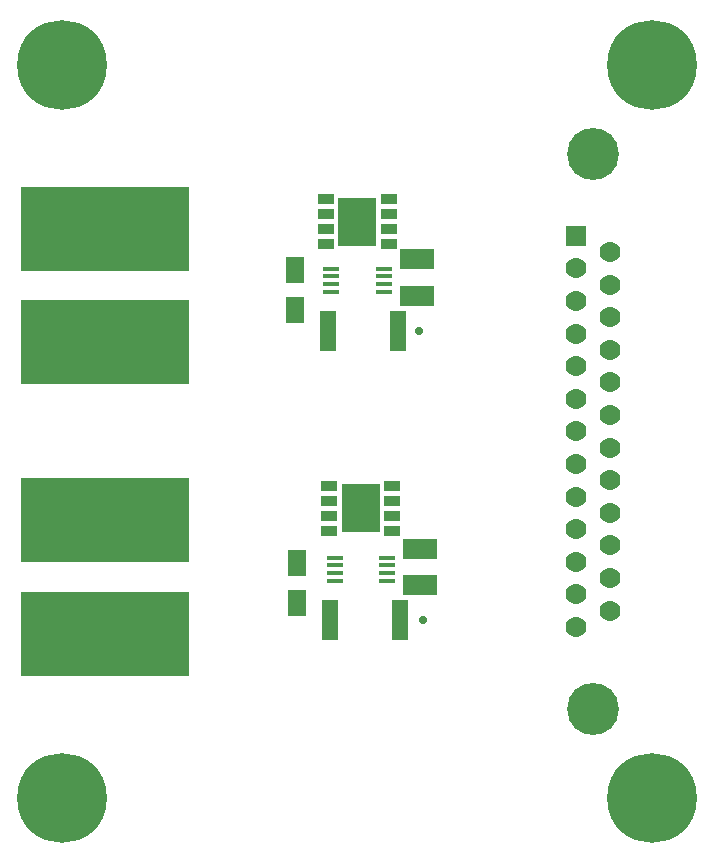
<source format=gts>
G04*
G04 #@! TF.GenerationSoftware,Altium Limited,Altium Designer,20.0.11 (256)*
G04*
G04 Layer_Color=8388736*
%FSLAX25Y25*%
%MOIN*%
G70*
G01*
G75*
%ADD18R,0.05500X0.01700*%
%ADD19R,0.05200X0.13600*%
%ADD21R,0.06100X0.08600*%
%ADD24R,0.05800X0.03202*%
%ADD25R,0.13123X0.16194*%
%ADD26R,0.55918X0.28359*%
%ADD27R,0.11824X0.06706*%
%ADD28R,0.06950X0.06950*%
%ADD29C,0.06950*%
%ADD30C,0.17300*%
%ADD31C,0.29934*%
%ADD32C,0.02787*%
D18*
X108494Y79998D02*
D03*
Y77439D02*
D03*
Y74879D02*
D03*
Y72320D02*
D03*
X91094D02*
D03*
Y74879D02*
D03*
Y77439D02*
D03*
Y79998D02*
D03*
X107200Y176339D02*
D03*
Y173779D02*
D03*
Y171221D02*
D03*
Y168661D02*
D03*
X89800D02*
D03*
Y171221D02*
D03*
Y173779D02*
D03*
Y176339D02*
D03*
D19*
X112643Y59122D02*
D03*
X89443D02*
D03*
X111974Y155555D02*
D03*
X88774D02*
D03*
D21*
X78480Y78259D02*
D03*
Y64859D02*
D03*
X77795Y176003D02*
D03*
Y162603D02*
D03*
D24*
X89082Y103878D02*
D03*
Y98878D02*
D03*
Y93878D02*
D03*
Y88878D02*
D03*
X110106Y103878D02*
D03*
Y98878D02*
D03*
Y93878D02*
D03*
Y88878D02*
D03*
X87988Y199500D02*
D03*
Y194500D02*
D03*
Y189500D02*
D03*
Y184500D02*
D03*
X109012Y199500D02*
D03*
Y194500D02*
D03*
Y189500D02*
D03*
Y184500D02*
D03*
D25*
X99594Y96378D02*
D03*
X98500Y192000D02*
D03*
D26*
X14500Y54600D02*
D03*
Y92500D02*
D03*
Y152000D02*
D03*
Y189500D02*
D03*
D27*
X119354Y70760D02*
D03*
Y82965D02*
D03*
X118429Y167291D02*
D03*
Y179496D02*
D03*
D28*
X171376Y187244D02*
D03*
D29*
Y176378D02*
D03*
Y165512D02*
D03*
Y154646D02*
D03*
Y143780D02*
D03*
Y132913D02*
D03*
Y122047D02*
D03*
Y111181D02*
D03*
Y100315D02*
D03*
Y89449D02*
D03*
Y78583D02*
D03*
Y67716D02*
D03*
Y56850D02*
D03*
X182576Y181811D02*
D03*
Y170945D02*
D03*
Y160079D02*
D03*
Y149213D02*
D03*
Y138347D02*
D03*
Y127480D02*
D03*
Y116614D02*
D03*
Y105748D02*
D03*
Y94882D02*
D03*
Y84016D02*
D03*
Y73150D02*
D03*
Y62283D02*
D03*
D30*
X176976Y29447D02*
D03*
Y214647D02*
D03*
D31*
X0Y244094D02*
D03*
X196850D02*
D03*
Y0D02*
D03*
X0D02*
D03*
D32*
X120283Y59169D02*
D03*
X119189Y155638D02*
D03*
M02*

</source>
